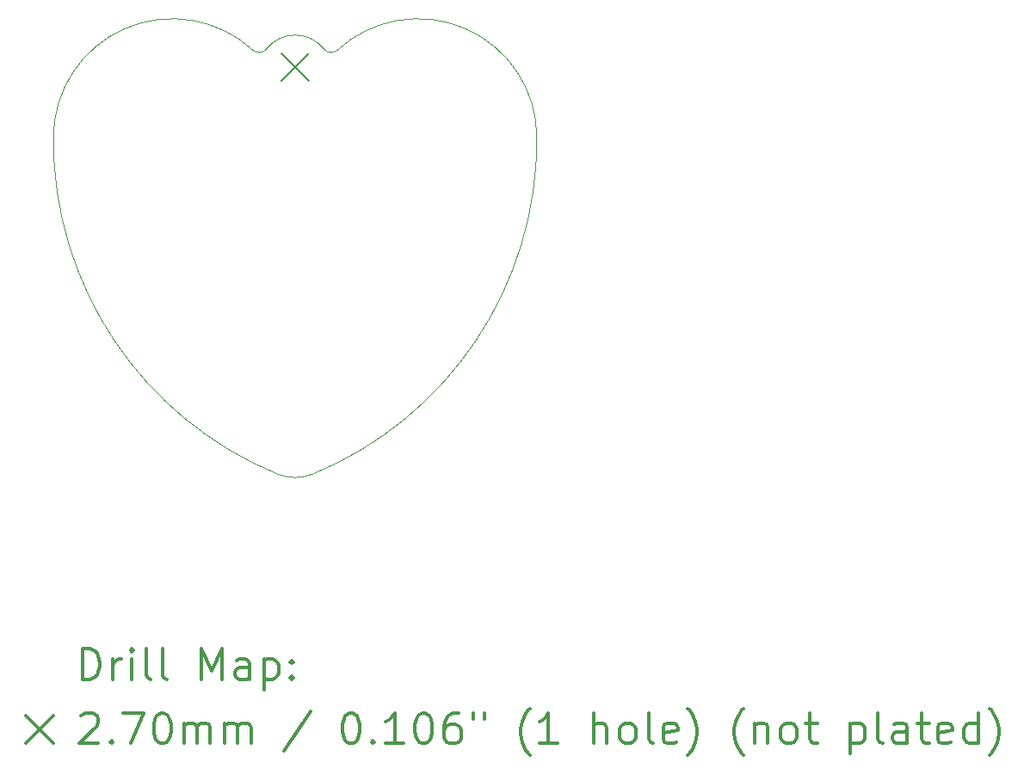
<source format=gbr>
%FSLAX45Y45*%
G04 Gerber Fmt 4.5, Leading zero omitted, Abs format (unit mm)*
G04 Created by KiCad (PCBNEW (5.1.9)-1) date 2021-12-29 15:03:50*
%MOMM*%
%LPD*%
G01*
G04 APERTURE LIST*
%TA.AperFunction,Profile*%
%ADD10C,0.010000*%
%TD*%
%ADD11C,0.200000*%
%ADD12C,0.300000*%
G04 APERTURE END LIST*
D10*
X5415378Y-5913130D02*
G75*
G02*
X5283506Y-5902419I-60996J66178D01*
G01*
X4716494Y-5902419D02*
G75*
G02*
X5283506Y-5902419I283506J-221866D01*
G01*
X4716494Y-5902419D02*
G75*
G02*
X4584622Y-5913130I-70876J55467D01*
G01*
X2621672Y-6773439D02*
G75*
G02*
X4584622Y-5913130I1170000J0D01*
G01*
X4829332Y-10086401D02*
G75*
G02*
X2621672Y-6773439I1348896J3290905D01*
G01*
X5170668Y-10086401D02*
G75*
G02*
X4829332Y-10086401I-170668J416380D01*
G01*
X7378328Y-6773439D02*
G75*
G02*
X5170668Y-10086401I-3556555J-22057D01*
G01*
X5415378Y-5913130D02*
G75*
G02*
X7378328Y-6773439I792950J-860308D01*
G01*
D11*
X4865000Y-5945000D02*
X5135000Y-6215000D01*
X5135000Y-5945000D02*
X4865000Y-6215000D01*
D12*
X2907532Y-12106963D02*
X2907532Y-11806963D01*
X2978960Y-11806963D01*
X3021817Y-11821249D01*
X3050389Y-11849820D01*
X3064675Y-11878392D01*
X3078960Y-11935534D01*
X3078960Y-11978392D01*
X3064675Y-12035534D01*
X3050389Y-12064106D01*
X3021817Y-12092677D01*
X2978960Y-12106963D01*
X2907532Y-12106963D01*
X3207532Y-12106963D02*
X3207532Y-11906963D01*
X3207532Y-11964106D02*
X3221817Y-11935534D01*
X3236103Y-11921249D01*
X3264675Y-11906963D01*
X3293246Y-11906963D01*
X3393246Y-12106963D02*
X3393246Y-11906963D01*
X3393246Y-11806963D02*
X3378960Y-11821249D01*
X3393246Y-11835534D01*
X3407532Y-11821249D01*
X3393246Y-11806963D01*
X3393246Y-11835534D01*
X3578960Y-12106963D02*
X3550389Y-12092677D01*
X3536103Y-12064106D01*
X3536103Y-11806963D01*
X3736103Y-12106963D02*
X3707532Y-12092677D01*
X3693246Y-12064106D01*
X3693246Y-11806963D01*
X4078960Y-12106963D02*
X4078960Y-11806963D01*
X4178960Y-12021249D01*
X4278960Y-11806963D01*
X4278960Y-12106963D01*
X4550389Y-12106963D02*
X4550389Y-11949820D01*
X4536103Y-11921249D01*
X4507532Y-11906963D01*
X4450389Y-11906963D01*
X4421818Y-11921249D01*
X4550389Y-12092677D02*
X4521818Y-12106963D01*
X4450389Y-12106963D01*
X4421818Y-12092677D01*
X4407532Y-12064106D01*
X4407532Y-12035534D01*
X4421818Y-12006963D01*
X4450389Y-11992677D01*
X4521818Y-11992677D01*
X4550389Y-11978392D01*
X4693246Y-11906963D02*
X4693246Y-12206963D01*
X4693246Y-11921249D02*
X4721818Y-11906963D01*
X4778960Y-11906963D01*
X4807532Y-11921249D01*
X4821818Y-11935534D01*
X4836103Y-11964106D01*
X4836103Y-12049820D01*
X4821818Y-12078392D01*
X4807532Y-12092677D01*
X4778960Y-12106963D01*
X4721818Y-12106963D01*
X4693246Y-12092677D01*
X4964675Y-12078392D02*
X4978960Y-12092677D01*
X4964675Y-12106963D01*
X4950389Y-12092677D01*
X4964675Y-12078392D01*
X4964675Y-12106963D01*
X4964675Y-11921249D02*
X4978960Y-11935534D01*
X4964675Y-11949820D01*
X4950389Y-11935534D01*
X4964675Y-11921249D01*
X4964675Y-11949820D01*
X2351103Y-12466249D02*
X2621103Y-12736249D01*
X2621103Y-12466249D02*
X2351103Y-12736249D01*
X2893246Y-12465534D02*
X2907532Y-12451249D01*
X2936103Y-12436963D01*
X3007532Y-12436963D01*
X3036103Y-12451249D01*
X3050389Y-12465534D01*
X3064675Y-12494106D01*
X3064675Y-12522677D01*
X3050389Y-12565534D01*
X2878960Y-12736963D01*
X3064675Y-12736963D01*
X3193246Y-12708392D02*
X3207532Y-12722677D01*
X3193246Y-12736963D01*
X3178960Y-12722677D01*
X3193246Y-12708392D01*
X3193246Y-12736963D01*
X3307532Y-12436963D02*
X3507532Y-12436963D01*
X3378960Y-12736963D01*
X3678960Y-12436963D02*
X3707532Y-12436963D01*
X3736103Y-12451249D01*
X3750389Y-12465534D01*
X3764675Y-12494106D01*
X3778960Y-12551249D01*
X3778960Y-12622677D01*
X3764675Y-12679820D01*
X3750389Y-12708392D01*
X3736103Y-12722677D01*
X3707532Y-12736963D01*
X3678960Y-12736963D01*
X3650389Y-12722677D01*
X3636103Y-12708392D01*
X3621817Y-12679820D01*
X3607532Y-12622677D01*
X3607532Y-12551249D01*
X3621817Y-12494106D01*
X3636103Y-12465534D01*
X3650389Y-12451249D01*
X3678960Y-12436963D01*
X3907532Y-12736963D02*
X3907532Y-12536963D01*
X3907532Y-12565534D02*
X3921817Y-12551249D01*
X3950389Y-12536963D01*
X3993246Y-12536963D01*
X4021817Y-12551249D01*
X4036103Y-12579820D01*
X4036103Y-12736963D01*
X4036103Y-12579820D02*
X4050389Y-12551249D01*
X4078960Y-12536963D01*
X4121817Y-12536963D01*
X4150389Y-12551249D01*
X4164675Y-12579820D01*
X4164675Y-12736963D01*
X4307532Y-12736963D02*
X4307532Y-12536963D01*
X4307532Y-12565534D02*
X4321818Y-12551249D01*
X4350389Y-12536963D01*
X4393246Y-12536963D01*
X4421818Y-12551249D01*
X4436103Y-12579820D01*
X4436103Y-12736963D01*
X4436103Y-12579820D02*
X4450389Y-12551249D01*
X4478960Y-12536963D01*
X4521818Y-12536963D01*
X4550389Y-12551249D01*
X4564675Y-12579820D01*
X4564675Y-12736963D01*
X5150389Y-12422677D02*
X4893246Y-12808392D01*
X5536103Y-12436963D02*
X5564675Y-12436963D01*
X5593246Y-12451249D01*
X5607532Y-12465534D01*
X5621817Y-12494106D01*
X5636103Y-12551249D01*
X5636103Y-12622677D01*
X5621817Y-12679820D01*
X5607532Y-12708392D01*
X5593246Y-12722677D01*
X5564675Y-12736963D01*
X5536103Y-12736963D01*
X5507532Y-12722677D01*
X5493246Y-12708392D01*
X5478960Y-12679820D01*
X5464675Y-12622677D01*
X5464675Y-12551249D01*
X5478960Y-12494106D01*
X5493246Y-12465534D01*
X5507532Y-12451249D01*
X5536103Y-12436963D01*
X5764675Y-12708392D02*
X5778960Y-12722677D01*
X5764675Y-12736963D01*
X5750389Y-12722677D01*
X5764675Y-12708392D01*
X5764675Y-12736963D01*
X6064675Y-12736963D02*
X5893246Y-12736963D01*
X5978960Y-12736963D02*
X5978960Y-12436963D01*
X5950389Y-12479820D01*
X5921817Y-12508392D01*
X5893246Y-12522677D01*
X6250389Y-12436963D02*
X6278960Y-12436963D01*
X6307532Y-12451249D01*
X6321817Y-12465534D01*
X6336103Y-12494106D01*
X6350389Y-12551249D01*
X6350389Y-12622677D01*
X6336103Y-12679820D01*
X6321817Y-12708392D01*
X6307532Y-12722677D01*
X6278960Y-12736963D01*
X6250389Y-12736963D01*
X6221817Y-12722677D01*
X6207532Y-12708392D01*
X6193246Y-12679820D01*
X6178960Y-12622677D01*
X6178960Y-12551249D01*
X6193246Y-12494106D01*
X6207532Y-12465534D01*
X6221817Y-12451249D01*
X6250389Y-12436963D01*
X6607532Y-12436963D02*
X6550389Y-12436963D01*
X6521817Y-12451249D01*
X6507532Y-12465534D01*
X6478960Y-12508392D01*
X6464675Y-12565534D01*
X6464675Y-12679820D01*
X6478960Y-12708392D01*
X6493246Y-12722677D01*
X6521817Y-12736963D01*
X6578960Y-12736963D01*
X6607532Y-12722677D01*
X6621817Y-12708392D01*
X6636103Y-12679820D01*
X6636103Y-12608392D01*
X6621817Y-12579820D01*
X6607532Y-12565534D01*
X6578960Y-12551249D01*
X6521817Y-12551249D01*
X6493246Y-12565534D01*
X6478960Y-12579820D01*
X6464675Y-12608392D01*
X6750389Y-12436963D02*
X6750389Y-12494106D01*
X6864675Y-12436963D02*
X6864675Y-12494106D01*
X7307532Y-12851249D02*
X7293246Y-12836963D01*
X7264675Y-12794106D01*
X7250389Y-12765534D01*
X7236103Y-12722677D01*
X7221817Y-12651249D01*
X7221817Y-12594106D01*
X7236103Y-12522677D01*
X7250389Y-12479820D01*
X7264675Y-12451249D01*
X7293246Y-12408392D01*
X7307532Y-12394106D01*
X7578960Y-12736963D02*
X7407532Y-12736963D01*
X7493246Y-12736963D02*
X7493246Y-12436963D01*
X7464675Y-12479820D01*
X7436103Y-12508392D01*
X7407532Y-12522677D01*
X7936103Y-12736963D02*
X7936103Y-12436963D01*
X8064675Y-12736963D02*
X8064675Y-12579820D01*
X8050389Y-12551249D01*
X8021817Y-12536963D01*
X7978960Y-12536963D01*
X7950389Y-12551249D01*
X7936103Y-12565534D01*
X8250389Y-12736963D02*
X8221817Y-12722677D01*
X8207532Y-12708392D01*
X8193246Y-12679820D01*
X8193246Y-12594106D01*
X8207532Y-12565534D01*
X8221817Y-12551249D01*
X8250389Y-12536963D01*
X8293246Y-12536963D01*
X8321817Y-12551249D01*
X8336103Y-12565534D01*
X8350389Y-12594106D01*
X8350389Y-12679820D01*
X8336103Y-12708392D01*
X8321817Y-12722677D01*
X8293246Y-12736963D01*
X8250389Y-12736963D01*
X8521818Y-12736963D02*
X8493246Y-12722677D01*
X8478960Y-12694106D01*
X8478960Y-12436963D01*
X8750389Y-12722677D02*
X8721818Y-12736963D01*
X8664675Y-12736963D01*
X8636103Y-12722677D01*
X8621818Y-12694106D01*
X8621818Y-12579820D01*
X8636103Y-12551249D01*
X8664675Y-12536963D01*
X8721818Y-12536963D01*
X8750389Y-12551249D01*
X8764675Y-12579820D01*
X8764675Y-12608392D01*
X8621818Y-12636963D01*
X8864675Y-12851249D02*
X8878960Y-12836963D01*
X8907532Y-12794106D01*
X8921818Y-12765534D01*
X8936103Y-12722677D01*
X8950389Y-12651249D01*
X8950389Y-12594106D01*
X8936103Y-12522677D01*
X8921818Y-12479820D01*
X8907532Y-12451249D01*
X8878960Y-12408392D01*
X8864675Y-12394106D01*
X9407532Y-12851249D02*
X9393246Y-12836963D01*
X9364675Y-12794106D01*
X9350389Y-12765534D01*
X9336103Y-12722677D01*
X9321818Y-12651249D01*
X9321818Y-12594106D01*
X9336103Y-12522677D01*
X9350389Y-12479820D01*
X9364675Y-12451249D01*
X9393246Y-12408392D01*
X9407532Y-12394106D01*
X9521818Y-12536963D02*
X9521818Y-12736963D01*
X9521818Y-12565534D02*
X9536103Y-12551249D01*
X9564675Y-12536963D01*
X9607532Y-12536963D01*
X9636103Y-12551249D01*
X9650389Y-12579820D01*
X9650389Y-12736963D01*
X9836103Y-12736963D02*
X9807532Y-12722677D01*
X9793246Y-12708392D01*
X9778960Y-12679820D01*
X9778960Y-12594106D01*
X9793246Y-12565534D01*
X9807532Y-12551249D01*
X9836103Y-12536963D01*
X9878960Y-12536963D01*
X9907532Y-12551249D01*
X9921818Y-12565534D01*
X9936103Y-12594106D01*
X9936103Y-12679820D01*
X9921818Y-12708392D01*
X9907532Y-12722677D01*
X9878960Y-12736963D01*
X9836103Y-12736963D01*
X10021818Y-12536963D02*
X10136103Y-12536963D01*
X10064675Y-12436963D02*
X10064675Y-12694106D01*
X10078960Y-12722677D01*
X10107532Y-12736963D01*
X10136103Y-12736963D01*
X10464675Y-12536963D02*
X10464675Y-12836963D01*
X10464675Y-12551249D02*
X10493246Y-12536963D01*
X10550389Y-12536963D01*
X10578960Y-12551249D01*
X10593246Y-12565534D01*
X10607532Y-12594106D01*
X10607532Y-12679820D01*
X10593246Y-12708392D01*
X10578960Y-12722677D01*
X10550389Y-12736963D01*
X10493246Y-12736963D01*
X10464675Y-12722677D01*
X10778960Y-12736963D02*
X10750389Y-12722677D01*
X10736103Y-12694106D01*
X10736103Y-12436963D01*
X11021818Y-12736963D02*
X11021818Y-12579820D01*
X11007532Y-12551249D01*
X10978960Y-12536963D01*
X10921818Y-12536963D01*
X10893246Y-12551249D01*
X11021818Y-12722677D02*
X10993246Y-12736963D01*
X10921818Y-12736963D01*
X10893246Y-12722677D01*
X10878960Y-12694106D01*
X10878960Y-12665534D01*
X10893246Y-12636963D01*
X10921818Y-12622677D01*
X10993246Y-12622677D01*
X11021818Y-12608392D01*
X11121818Y-12536963D02*
X11236103Y-12536963D01*
X11164675Y-12436963D02*
X11164675Y-12694106D01*
X11178960Y-12722677D01*
X11207532Y-12736963D01*
X11236103Y-12736963D01*
X11450389Y-12722677D02*
X11421817Y-12736963D01*
X11364675Y-12736963D01*
X11336103Y-12722677D01*
X11321817Y-12694106D01*
X11321817Y-12579820D01*
X11336103Y-12551249D01*
X11364675Y-12536963D01*
X11421817Y-12536963D01*
X11450389Y-12551249D01*
X11464675Y-12579820D01*
X11464675Y-12608392D01*
X11321817Y-12636963D01*
X11721817Y-12736963D02*
X11721817Y-12436963D01*
X11721817Y-12722677D02*
X11693246Y-12736963D01*
X11636103Y-12736963D01*
X11607532Y-12722677D01*
X11593246Y-12708392D01*
X11578960Y-12679820D01*
X11578960Y-12594106D01*
X11593246Y-12565534D01*
X11607532Y-12551249D01*
X11636103Y-12536963D01*
X11693246Y-12536963D01*
X11721817Y-12551249D01*
X11836103Y-12851249D02*
X11850389Y-12836963D01*
X11878960Y-12794106D01*
X11893246Y-12765534D01*
X11907532Y-12722677D01*
X11921817Y-12651249D01*
X11921817Y-12594106D01*
X11907532Y-12522677D01*
X11893246Y-12479820D01*
X11878960Y-12451249D01*
X11850389Y-12408392D01*
X11836103Y-12394106D01*
M02*

</source>
